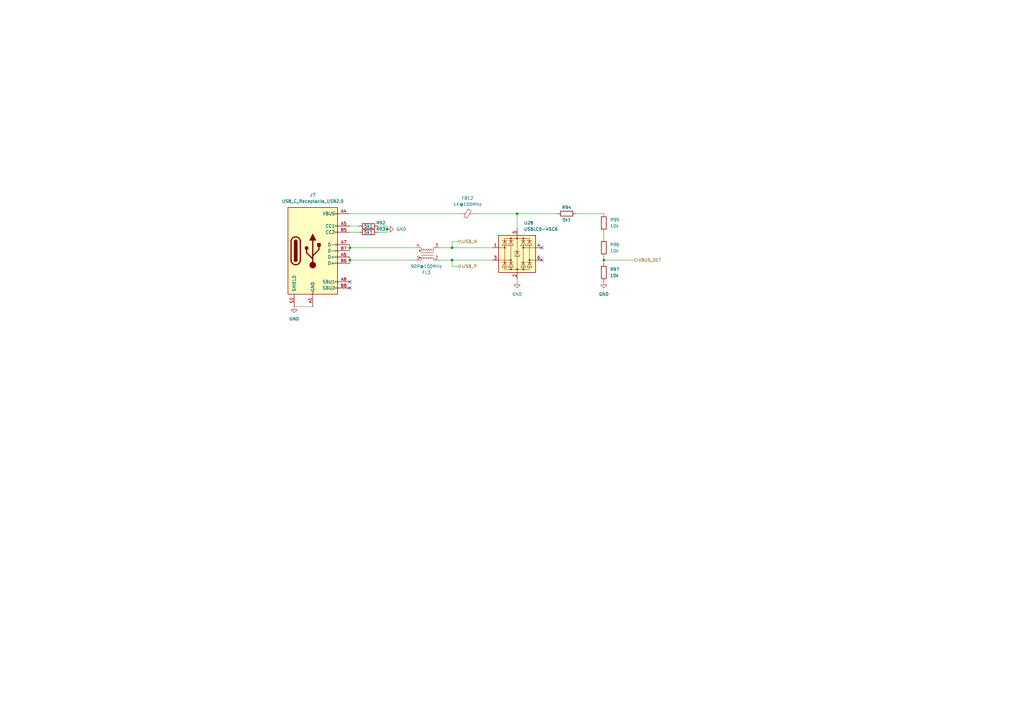
<source format=kicad_sch>
(kicad_sch (version 20211123) (generator eeschema)
  (paper "A3")
  (title_block (title "Kirdy") (date "2022-07-03") (rev "r0.1") (company "M-Labs") (comment 1 "Alex Wong Tat Hang"))
  (lib_symbols
    (symbol "Connector:USB_C_Receptacle_USB2.0" (pin_names (offset 1.016))
      (property "Reference" "J" (at -10.16 19.05 0))
      (property "Value" "USB_C_Receptacle_USB2.0" (at 19.05 19.05 0))
      (symbol "USB_C_Receptacle_USB2.0_0_0"
        (rectangle (start -0.254 -17.78) (end 0.254 -16.764))
        (rectangle (start 10.16 -14.986) (end 9.144 -15.494))
        (rectangle (start 10.16 -12.446) (end 9.144 -12.954))
        (rectangle (start 10.16 -4.826) (end 9.144 -5.334))
        (rectangle (start 10.16 -2.286) (end 9.144 -2.794))
        (rectangle (start 10.16 0.254) (end 9.144 -0.254))
        (rectangle (start 10.16 2.794) (end 9.144 2.286))
        (rectangle (start 10.16 7.874) (end 9.144 7.366))
        (rectangle (start 10.16 10.414) (end 9.144 9.906))
        (rectangle (start 10.16 15.494) (end 9.144 14.986))
      )
      (symbol "USB_C_Receptacle_USB2.0_0_1"
        (rectangle (start -10.16 17.78) (end 10.16 -17.78) (stroke (width 0.254)) (fill (type background)))
        (arc (start -8.89 -3.81) (mid -6.985 -5.715) (end -5.08 -3.81) (stroke (width 0.508)))
        (arc (start -7.62 -3.81) (mid -6.985 -4.445) (end -6.35 -3.81) (stroke (width 0.254)))
        (arc (start -7.62 -3.81) (mid -6.985 -4.445) (end -6.35 -3.81) (stroke (width 0.254)) (fill (type outline)))
        (rectangle (start -7.62 -3.81) (end -6.35 3.81) (stroke (width 0.254)) (fill (type outline)))
        (arc (start -6.35 3.81) (mid -6.985 4.445) (end -7.62 3.81) (stroke (width 0.254)))
        (arc (start -6.35 3.81) (mid -6.985 4.445) (end -7.62 3.81) (stroke (width 0.254)) (fill (type outline)))
        (arc (start -5.08 3.81) (mid -6.985 5.715) (end -8.89 3.81) (stroke (width 0.508)))
        (circle (center -2.54 1.143) (radius 0.635) (stroke (width 0.254)) (fill (type outline)))
        (circle (center 0 -5.842) (radius 1.27) (fill (type outline)))
        (polyline (pts (xy -8.89 -3.81) (xy -8.89 3.81)) (stroke (width 0.508)))
        (polyline (pts (xy -5.08 3.81) (xy -5.08 -3.81)) (stroke (width 0.508)))
        (polyline (pts (xy 0 -5.842) (xy 0 4.318)) (stroke (width 0.508)))
        (polyline (pts (xy 0 -3.302) (xy -2.54 -0.762) (xy -2.54 0.508)) (stroke (width 0.508)))
        (polyline (pts (xy 0 -2.032) (xy 2.54 0.508) (xy 2.54 1.778)) (stroke (width 0.508)))
        (polyline (pts (xy -1.27 4.318) (xy 0 6.858) (xy 1.27 4.318) (xy -1.27 4.318)) (stroke (width 0.254)) (fill (type outline)))
        (rectangle (start 1.905 1.778) (end 3.175 3.048) (stroke (width 0.254)) (fill (type outline)))
      )
      (symbol "USB_C_Receptacle_USB2.0_1_1"
        (pin passive line (at 0 -22.86 90) (length 5.08) (name "GND") (number "A1"))
        (pin passive line (at 0 -22.86 90) (length 5.08) hide (name "GND") (number "A12"))
        (pin passive line (at 15.24 15.24 180) (length 5.08) (name "VBUS") (number "A4"))
        (pin bidirectional line (at 15.24 10.16 180) (length 5.08) (name "CC1") (number "A5"))
        (pin bidirectional line (at 15.24 -2.54 180) (length 5.08) (name "D+") (number "A6"))
        (pin bidirectional line (at 15.24 2.54 180) (length 5.08) (name "D-") (number "A7"))
        (pin bidirectional line (at 15.24 -12.7 180) (length 5.08) (name "SBU1") (number "A8"))
        (pin passive line (at 15.24 15.24 180) (length 5.08) hide (name "VBUS") (number "A9"))
        (pin passive line (at 0 -22.86 90) (length 5.08) hide (name "GND") (number "B1"))
        (pin passive line (at 0 -22.86 90) (length 5.08) hide (name "GND") (number "B12"))
        (pin passive line (at 15.24 15.24 180) (length 5.08) hide (name "VBUS") (number "B4"))
        (pin bidirectional line (at 15.24 7.62 180) (length 5.08) (name "CC2") (number "B5"))
        (pin bidirectional line (at 15.24 -5.08 180) (length 5.08) (name "D+") (number "B6"))
        (pin bidirectional line (at 15.24 0 180) (length 5.08) (name "D-") (number "B7"))
        (pin bidirectional line (at 15.24 -15.24 180) (length 5.08) (name "SBU2") (number "B8"))
        (pin passive line (at 15.24 15.24 180) (length 5.08) hide (name "VBUS") (number "B9"))
        (pin passive line (at -7.62 -22.86 90) (length 5.08) (name "SHIELD") (number "S1"))
      )
    )
    (symbol "Device:FerriteBead_Small" (pin_numbers hide) (pin_names (offset 0))
      (property "Reference" "FB" (at 1.905 1.27 0))
      (property "Value" "FerriteBead_Small" (at 1.905 -1.27 0))
      (symbol "FerriteBead_Small_0_1"
        (polyline (pts (xy 0 -1.27) (xy 0 -0.7874)))
        (polyline (pts (xy 0 0.889) (xy 0 1.2954)))
        (polyline (pts (xy -1.8288 0.2794) (xy -1.1176 1.4986) (xy 1.8288 -0.2032) (xy 1.1176 -1.4224) (xy -1.8288 0.2794)))
      )
      (symbol "FerriteBead_Small_1_1"
        (pin passive line (at 0 2.54 270) (length 1.27) (name "~") (number "1"))
        (pin passive line (at 0 -2.54 90) (length 1.27) (name "~") (number "2"))
      )
    )
    (symbol "Device:R" (pin_numbers hide) (pin_names (offset 0))
      (property "Reference" "R" (at 2.032 0 90))
      (property "Value" "R" (at 0 0 90))
      (symbol "R_0_1"
        (rectangle (start -1.016 -2.54) (end 1.016 2.54) (stroke (width 0.254)))
      )
      (symbol "R_1_1"
        (pin passive line (at 0 3.81 270) (length 1.27) (name "~") (number "1"))
        (pin passive line (at 0 -3.81 90) (length 1.27) (name "~") (number "2"))
      )
    )
    (symbol "Power_Protection:USBLC6-4SC6" (pin_names hide)
      (property "Reference" "U" (at 2.54 8.89 0))
      (property "Value" "USBLC6-4SC6" (at 2.54 -8.89 0))
      (symbol "USBLC6-4SC6_0_1"
        (rectangle (start -7.62 -7.62) (end 7.62 7.62) (stroke (width 0.254)) (fill (type background)))
        (circle (center -5.08 2.54) (radius 0.254) (fill (type outline)))
        (circle (center -2.54 -6.35) (radius 0.254) (fill (type outline)))
        (circle (center -2.54 -2.54) (radius 0.254) (fill (type outline)))
        (circle (center -2.54 6.35) (radius 0.254) (fill (type outline)))
        (rectangle (start -2.54 6.35) (end 2.54 -6.35))
        (circle (center 0 -6.35) (radius 0.254) (fill (type outline)))
        (polyline (pts (xy -5.08 2.54) (xy -7.62 2.54)))
        (polyline (pts (xy -4.064 -3.429) (xy -6.096 -3.429)))
        (polyline (pts (xy -4.064 5.461) (xy -6.096 5.461)))
        (polyline (pts (xy -2.54 -2.54) (xy -7.62 -2.54)))
        (polyline (pts (xy -1.524 -3.429) (xy -3.556 -3.429)))
        (polyline (pts (xy -1.524 5.461) (xy -3.556 5.461)))
        (polyline (pts (xy 0 -7.62) (xy 0 -6.35)))
        (polyline (pts (xy 0 -6.35) (xy 0 1.27)))
        (polyline (pts (xy 0 1.27) (xy 0 6.35)))
        (polyline (pts (xy 0 6.35) (xy 0 7.62)))
        (polyline (pts (xy 1.524 -3.429) (xy 3.556 -3.429)))
        (polyline (pts (xy 1.524 5.461) (xy 3.556 5.461)))
        (polyline (pts (xy 2.54 2.54) (xy 7.62 2.54)))
        (polyline (pts (xy 4.064 -3.429) (xy 6.096 -3.429)))
        (polyline (pts (xy 4.064 5.461) (xy 6.096 5.461)))
        (polyline (pts (xy 5.08 -2.54) (xy 7.62 -2.54)))
        (polyline (pts (xy -6.096 -5.461) (xy -4.064 -5.461) (xy -5.08 -3.429) (xy -6.096 -5.461)))
        (polyline (pts (xy -6.096 3.429) (xy -4.064 3.429) (xy -5.08 5.461) (xy -6.096 3.429)))
        (polyline (pts (xy -3.556 -5.461) (xy -1.524 -5.461) (xy -2.54 -3.429) (xy -3.556 -5.461)))
        (polyline (pts (xy -3.556 3.429) (xy -1.524 3.429) (xy -2.54 5.461) (xy -3.556 3.429)))
        (polyline (pts (xy -2.54 6.35) (xy -5.08 6.35) (xy -5.08 -6.35) (xy -2.54 -6.35)))
        (polyline (pts (xy -1.016 -1.016) (xy 1.016 -1.016) (xy 0 1.016) (xy -1.016 -1.016)))
        (polyline (pts (xy 1.016 1.016) (xy 0.762 1.016) (xy -1.016 1.016) (xy -1.016 0.508)))
        (polyline (pts (xy 2.54 6.35) (xy 5.08 6.35) (xy 5.08 -6.35) (xy 2.54 -6.35)))
        (polyline (pts (xy 3.556 -5.461) (xy 1.524 -5.461) (xy 2.54 -3.429) (xy 3.556 -5.461)))
        (polyline (pts (xy 3.556 3.429) (xy 1.524 3.429) (xy 2.54 5.461) (xy 3.556 3.429)))
        (polyline (pts (xy 6.096 -5.461) (xy 4.064 -5.461) (xy 5.08 -3.429) (xy 6.096 -5.461)))
        (polyline (pts (xy 6.096 3.429) (xy 4.064 3.429) (xy 5.08 5.461) (xy 6.096 3.429)))
        (circle (center 0 6.35) (radius 0.254) (fill (type outline)))
        (circle (center 2.54 -6.35) (radius 0.254) (fill (type outline)))
        (circle (center 2.54 2.54) (radius 0.254) (fill (type outline)))
        (circle (center 2.54 6.35) (radius 0.254) (fill (type outline)))
        (circle (center 5.08 -2.54) (radius 0.254) (fill (type outline)))
      )
      (symbol "USBLC6-4SC6_1_1"
        (pin passive line (at -10.16 2.54 0) (length 2.54) (name "I/O1") (number "1"))
        (pin passive line (at 0 -10.16 90) (length 2.54) (name "GND") (number "2"))
        (pin passive line (at -10.16 -2.54 0) (length 2.54) (name "I/O2") (number "3"))
        (pin passive line (at 10.16 2.54 180) (length 2.54) (name "I/O3") (number "4"))
        (pin passive line (at 0 10.16 270) (length 2.54) (name "VBUS") (number "5"))
        (pin passive line (at 10.16 -2.54 180) (length 2.54) (name "I/O4") (number "6"))
      )
    )
    (symbol "kirdy:Filter_EMI_LL_1423" (pin_names (offset 0.254) hide)
      (property "Reference" "FL" (at 0 4.445 0))
      (property "Value" "Filter_EMI_LL_1423" (at 0 -4.445 0))
      (symbol "Filter_EMI_LL_1423_0_1"
        (circle (center -3.048 -1.27) (radius 0.254) (fill (type outline)))
        (circle (center -3.048 1.524) (radius 0.254) (fill (type outline)))
        (arc (start -2.54 2.032) (mid -2.032 1.524) (end -1.524 2.032))
        (arc (start -1.524 -2.032) (mid -2.032 -1.524) (end -2.54 -2.032))
        (arc (start -1.524 2.032) (mid -1.016 1.524) (end -0.508 2.032))
        (arc (start -0.508 -2.032) (mid -1.016 -1.524) (end -1.524 -2.032))
        (arc (start -0.508 2.032) (mid 0 1.524) (end 0.508 2.032))
        (polyline (pts (xy -2.54 -2.032) (xy -2.54 -2.54)))
        (polyline (pts (xy -2.54 0.508) (xy 2.54 0.508)))
        (polyline (pts (xy -2.54 2.032) (xy -2.54 2.54)))
        (polyline (pts (xy 2.54 -2.032) (xy 2.54 -2.54)))
        (polyline (pts (xy 2.54 -0.508) (xy -2.54 -0.508)))
        (polyline (pts (xy 2.54 2.54) (xy 2.54 2.032)))
        (arc (start 0.508 -2.032) (mid 0 -1.524) (end -0.508 -2.032))
        (arc (start 0.508 2.032) (mid 1.016 1.524) (end 1.524 2.032))
        (arc (start 1.524 -2.032) (mid 1.016 -1.524) (end 0.508 -2.032))
        (arc (start 1.524 2.032) (mid 2.032 1.524) (end 2.54 2.032))
        (arc (start 2.54 -2.032) (mid 2.032 -1.524) (end 1.524 -2.032))
      )
      (symbol "Filter_EMI_LL_1423_1_1"
        (pin passive line (at -5.08 2.54 0) (length 2.54) (name "1") (number "1"))
        (pin passive line (at 5.08 2.54 180) (length 2.54) (name "2") (number "2"))
        (pin passive line (at 5.08 -2.54 180) (length 2.54) (name "3") (number "3"))
        (pin passive line (at -5.08 -2.54 0) (length 2.54) (name "4") (number "4"))
      )
    )
    (symbol "power:GND" (power) (pin_names (offset 0))
      (property "Value" "GND" (at 0 -3.81 0))
      (symbol "GND_0_1"
        (polyline (pts (xy 0 0) (xy 0 -1.27) (xy 1.27 -1.27) (xy 0 -2.54) (xy -1.27 -1.27) (xy 0 -1.27)))
      )
      (symbol "GND_1_1"
        (pin power_in line (at 0 0 270) (length 0) hide (name "GND") (number "1"))
      )
    )
  )
  (junction (at 143.51 101.6))
  (junction (at 143.51 106.68))
  (junction (at 212.09 87.63))
  (junction (at 247.65 106.68))
  (junction (at 185.42 101.6))
  (junction (at 158.75 93.98))
  (junction (at 185.42 106.68))
  (no_connect (at 222.25 106.68))
  (no_connect (at 222.25 101.6))
  (no_connect (at 143.51 118.11))
  (no_connect (at 143.51 115.57))
  (wire (pts (xy 143.51 106.68) (xy 143.51 107.95)))
  (wire (pts (xy 185.42 109.22) (xy 185.42 106.68)))
  (wire (pts (xy 143.51 87.63) (xy 189.23 87.63)))
  (wire (pts (xy 180.34 106.68) (xy 185.42 106.68)))
  (wire (pts (xy 158.75 95.25) (xy 158.75 93.98)))
  (wire (pts (xy 247.65 105.41) (xy 247.65 106.68)))
  (wire (pts (xy 187.96 99.06) (xy 185.42 99.06)))
  (wire (pts (xy 212.09 115.57) (xy 212.09 114.3)))
  (wire (pts (xy 247.65 106.68) (xy 247.65 107.95)))
  (wire (pts (xy 158.75 93.98) (xy 158.75 92.71)))
  (wire (pts (xy 180.34 101.6) (xy 185.42 101.6)))
  (wire (pts (xy 247.65 95.25) (xy 247.65 97.79)))
  (wire (pts (xy 143.51 101.6) (xy 143.51 102.87)))
  (wire (pts (xy 143.51 105.41) (xy 143.51 106.68)))
  (wire (pts (xy 236.22 87.63) (xy 247.65 87.63)))
  (wire (pts (xy 154.94 95.25) (xy 158.75 95.25)))
  (wire (pts (xy 158.75 92.71) (xy 154.94 92.71)))
  (wire (pts (xy 120.65 125.73) (xy 128.27 125.73)))
  (wire (pts (xy 212.09 87.63) (xy 212.09 93.98)))
  (wire (pts (xy 185.42 101.6) (xy 201.93 101.6)))
  (wire (pts (xy 194.31 87.63) (xy 212.09 87.63)))
  (wire (pts (xy 143.51 101.6) (xy 170.18 101.6)))
  (wire (pts (xy 143.51 106.68) (xy 170.18 106.68)))
  (wire (pts (xy 185.42 99.06) (xy 185.42 101.6)))
  (wire (pts (xy 143.51 95.25) (xy 147.32 95.25)))
  (wire (pts (xy 247.65 106.68) (xy 260.35 106.68)))
  (wire (pts (xy 212.09 87.63) (xy 228.6 87.63)))
  (wire (pts (xy 187.96 109.22) (xy 185.42 109.22)))
  (wire (pts (xy 185.42 106.68) (xy 201.93 106.68)))
  (wire (pts (xy 143.51 100.33) (xy 143.51 101.6)))
  (wire (pts (xy 143.51 92.71) (xy 147.32 92.71)))
  (hierarchical_label "VBUS_DET" (shape output) (at 260.35 106.68 0))
  (hierarchical_label "USB_N" (shape bidirectional) (at 187.96 99.06 0))
  (hierarchical_label "USB_P" (shape bidirectional) (at 187.96 109.22 0))
  (symbol (lib_id "power:GND") (at 247.65 115.57 0) (unit 1)
    (property "Reference" "#PWR0155" (effects hide))
    (property "Value" "GND" (at 247.65 120.65 0))
  )
  (symbol (lib_id "power:GND") (at 158.75 93.98 90) (unit 1)
    (property "Reference" "#PWR0153" (effects hide))
    (property "Value" "GND" (at 162.56 93.9799 90) (effects (justify right)))
  )
  (symbol (lib_id "power:GND") (at 212.09 115.57 0) (unit 1)
    (property "Reference" "#PWR0154" (effects hide))
    (property "Value" "GND" (at 212.09 120.65 0))
  )
  (symbol (lib_id "Connector:USB_C_Receptacle_USB2.0") (at 128.27 102.87 0) (unit 1)
    (property "Reference" "J7" (at 128.27 80.01 0))
    (property "Value" "USB_C_Receptacle_USB2.0" (at 128.27 82.55 0))
    (property "Footprint" "Connector_USB:USB_C_Receptacle_HRO_TYPE-C-31-M-12" (effects hide))
    (property "Datasheet" "https://www.usb.org/sites/default/files/documents/usb_type-c.zip" (effects hide))
    (property "MFR_PN" "TYPE-C-31-M-12" (effects hide))
    (property "MFR_PN_ALT" "USB4105-GF-A" (effects hide))
  )
  (symbol (lib_id "Device:R") (at 151.13 92.71 90) (unit 1)
    (property "Reference" "R92" (at 156.21 91.44 90))
    (property "Value" "5k1" (at 151.13 92.71 90))
    (property "Footprint" "Resistor_SMD:R_0603_1608Metric" (effects hide))
    (property "MFR_PN" "RMCF0603FT5K10" (effects hide))
    (property "MFR_PN_ALT" "CR0603-FX-5101ELF" (effects hide))
  )
  (symbol (lib_id "Device:R") (at 247.65 111.76 180) (unit 1)
    (property "Reference" "R97" (at 250.19 110.4899 0) (effects (justify right)))
    (property "Value" "10k" (at 250.19 113.0299 0) (effects (justify right)))
    (property "Footprint" "Resistor_SMD:R_0603_1608Metric" (effects hide))
    (property "MFR_PN" "RNCP0603FTD10K0" (effects hide))
    (property "MFR_PN_ALT" "RMCF0603FT10K0" (effects hide))
  )
  (symbol (lib_id "Power_Protection:USBLC6-4SC6") (at 212.09 104.14 0) (unit 1)
    (property "Reference" "U28" (at 214.8587 91.44 0) (effects (justify left)))
    (property "Value" "USBLC6-4SC6" (at 214.8587 93.98 0) (effects (justify left)))
    (property "Footprint" "Package_TO_SOT_SMD:SOT-23-6" (effects hide))
    (property "Datasheet" "https://www.st.com/resource/en/datasheet/usblc6-4.pdf" (effects hide))
    (property "MFR_PN" "USBLC6-4SC6Y" (effects hide))
    (property "MFR_PN_ALT" "USBLC6-4SC6" (effects hide))
  )
  (symbol (lib_id "Device:FerriteBead_Small") (at 191.77 87.63 90) (unit 1)
    (property "Reference" "FB12" (at 191.7319 81.28 90))
    (property "Value" "1K@100MHz" (at 191.7319 83.82 90))
    (property "Footprint" "Inductor_SMD:L_1210_3225Metric" (effects hide))
    (property "MFR_PN" "FBMH3225HM102NT" (effects hide))
    (property "MFR_PN_ALT" "FBMH3225HM102NTV" (effects hide))
  )
  (symbol (lib_id "Device:R") (at 151.13 95.25 90) (unit 1)
    (property "Reference" "R93" (at 156.21 93.98 90))
    (property "Value" "5k1" (at 151.13 95.25 90))
    (property "Footprint" "Resistor_SMD:R_0603_1608Metric" (effects hide))
    (property "MFR_PN" "RMCF0603FT5K10" (effects hide))
    (property "MFR_PN_ALT" "CR0603-FX-5101ELF" (effects hide))
  )
  (symbol (lib_id "Device:R") (at 232.41 87.63 90) (unit 1)
    (property "Reference" "R94" (at 232.41 85.09 90))
    (property "Value" "5k1" (at 232.41 90.17 90))
    (property "Footprint" "Resistor_SMD:R_0603_1608Metric" (effects hide))
    (property "MFR_PN" "RMCF0603FT5K10" (effects hide))
    (property "MFR_PN_ALT" "CR0603-FX-5101ELF" (effects hide))
  )
  (symbol (lib_id "Device:R") (at 247.65 101.6 180) (unit 1)
    (property "Reference" "R96" (at 250.19 100.3299 0) (effects (justify right)))
    (property "Value" "10k" (at 250.19 102.8699 0) (effects (justify right)))
    (property "Footprint" "Resistor_SMD:R_0603_1608Metric" (effects hide))
    (property "MFR_PN" "RNCP0603FTD10K0" (effects hide))
    (property "MFR_PN_ALT" "RMCF0603FT10K0" (effects hide))
  )
  (symbol (lib_id "Device:R") (at 247.65 91.44 180) (unit 1)
    (property "Reference" "R95" (at 250.19 90.1699 0) (effects (justify right)))
    (property "Value" "10k" (at 250.19 92.7099 0) (effects (justify right)))
    (property "Footprint" "Resistor_SMD:R_0603_1608Metric" (effects hide))
    (property "MFR_PN" "RNCP0603FTD10K0" (effects hide))
    (property "MFR_PN_ALT" "RMCF0603FT10K0" (effects hide))
  )
  (symbol (lib_id "kirdy:Filter_EMI_LL_1423") (at 175.26 104.14 0) (mirror x) (unit 1)
    (property "Reference" "FL3" (at 174.879 111.76 0))
    (property "Value" "90R@100MHz" (at 174.879 109.22 0))
    (property "Footprint" "Inductor_SMD:L_CommonModeChoke_Coilcraft_0603USB" (effects hide))
    (property "MFR_PN" "0603USB-222MLC" (effects hide))
    (property "MFR_PN_ALT" "0603USB-951MLC" (effects hide))
  )
  (symbol (lib_id "power:GND") (at 120.65 125.73 0) (unit 1)
    (property "Reference" "#PWR0152" (effects hide))
    (property "Value" "GND" (at 120.65 130.81 0))
  )
)
</source>
